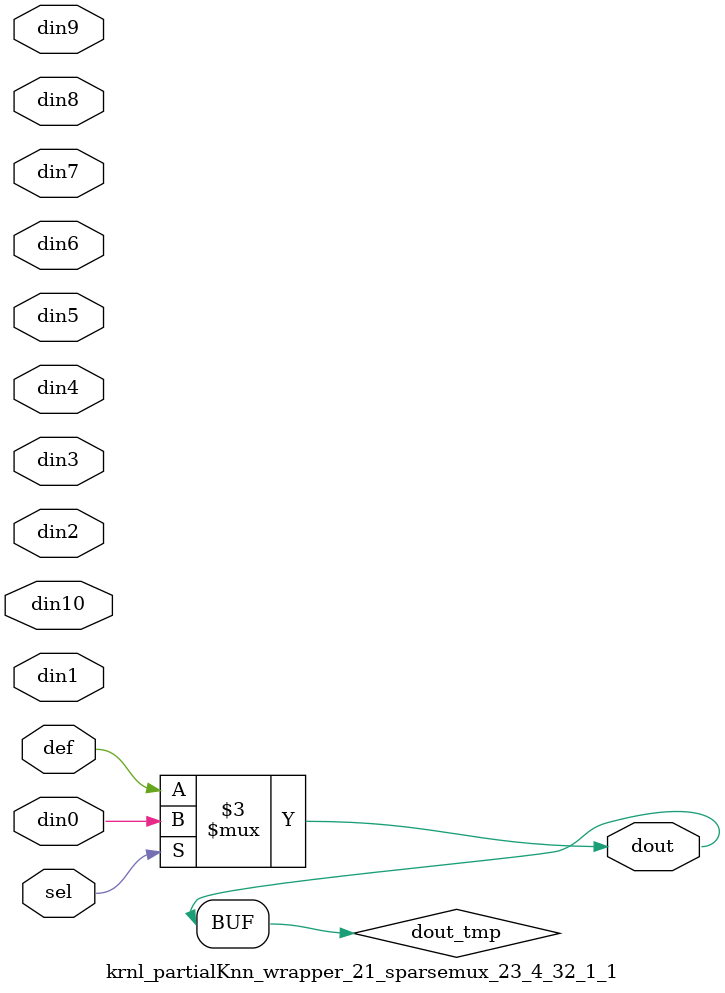
<source format=v>
`timescale 1 ns / 1 ps
module krnl_partialKnn_wrapper_21_sparsemux_23_4_32_1_1 (din0,din1,din2,din3,din4,din5,din6,din7,din8,din9,din10,def,sel,dout);
parameter din0_WIDTH = 1;
parameter din1_WIDTH = 1;
parameter din2_WIDTH = 1;
parameter din3_WIDTH = 1;
parameter din4_WIDTH = 1;
parameter din5_WIDTH = 1;
parameter din6_WIDTH = 1;
parameter din7_WIDTH = 1;
parameter din8_WIDTH = 1;
parameter din9_WIDTH = 1;
parameter din10_WIDTH = 1;
parameter def_WIDTH = 1;
parameter sel_WIDTH = 1;
parameter dout_WIDTH = 1;
parameter [sel_WIDTH-1:0] CASE0 = 1;
parameter [sel_WIDTH-1:0] CASE1 = 1;
parameter [sel_WIDTH-1:0] CASE2 = 1;
parameter [sel_WIDTH-1:0] CASE3 = 1;
parameter [sel_WIDTH-1:0] CASE4 = 1;
parameter [sel_WIDTH-1:0] CASE5 = 1;
parameter [sel_WIDTH-1:0] CASE6 = 1;
parameter [sel_WIDTH-1:0] CASE7 = 1;
parameter [sel_WIDTH-1:0] CASE8 = 1;
parameter [sel_WIDTH-1:0] CASE9 = 1;
parameter [sel_WIDTH-1:0] CASE10 = 1;
parameter ID = 1;
parameter NUM_STAGE = 1;
input [din0_WIDTH-1:0] din0;
input [din1_WIDTH-1:0] din1;
input [din2_WIDTH-1:0] din2;
input [din3_WIDTH-1:0] din3;
input [din4_WIDTH-1:0] din4;
input [din5_WIDTH-1:0] din5;
input [din6_WIDTH-1:0] din6;
input [din7_WIDTH-1:0] din7;
input [din8_WIDTH-1:0] din8;
input [din9_WIDTH-1:0] din9;
input [din10_WIDTH-1:0] din10;
input [def_WIDTH-1:0] def;
input [sel_WIDTH-1:0] sel;
output [dout_WIDTH-1:0] dout;
reg [dout_WIDTH-1:0] dout_tmp;
always @ (*) begin
case (sel)
    
    CASE0 : dout_tmp = din0;
    
    CASE1 : dout_tmp = din1;
    
    CASE2 : dout_tmp = din2;
    
    CASE3 : dout_tmp = din3;
    
    CASE4 : dout_tmp = din4;
    
    CASE5 : dout_tmp = din5;
    
    CASE6 : dout_tmp = din6;
    
    CASE7 : dout_tmp = din7;
    
    CASE8 : dout_tmp = din8;
    
    CASE9 : dout_tmp = din9;
    
    CASE10 : dout_tmp = din10;
    
    default : dout_tmp = def;
endcase
end
assign dout = dout_tmp;
endmodule
</source>
